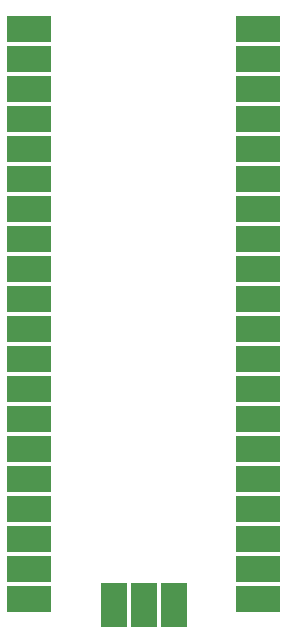
<source format=gtp>
G04 #@! TF.GenerationSoftware,KiCad,Pcbnew,9.0.4*
G04 #@! TF.CreationDate,2025-09-18T15:34:25+02:00*
G04 #@! TF.ProjectId,SMaRT,534d6152-542e-46b6-9963-61645f706362,0*
G04 #@! TF.SameCoordinates,Original*
G04 #@! TF.FileFunction,Paste,Top*
G04 #@! TF.FilePolarity,Positive*
%FSLAX46Y46*%
G04 Gerber Fmt 4.6, Leading zero omitted, Abs format (unit mm)*
G04 Created by KiCad (PCBNEW 9.0.4) date 2025-09-18 15:34:25*
%MOMM*%
%LPD*%
G01*
G04 APERTURE LIST*
%ADD10R,3.800000X2.200000*%
%ADD11R,2.200000X3.800000*%
G04 APERTURE END LIST*
D10*
G04 #@! TO.C,A2*
X100575000Y-111415000D03*
X100575000Y-108875000D03*
X100575000Y-106335000D03*
X100575000Y-103795000D03*
X100575000Y-101255000D03*
X100575000Y-98715000D03*
X100575000Y-96175000D03*
X100575000Y-93635000D03*
X100575000Y-91095000D03*
X100575000Y-88555000D03*
X100575000Y-86015000D03*
X100575000Y-83475000D03*
X100575000Y-80935000D03*
X100575000Y-78395000D03*
X100575000Y-75855000D03*
X100575000Y-73315000D03*
X100575000Y-70775000D03*
X100575000Y-68235000D03*
X100575000Y-65695000D03*
X100575000Y-63155000D03*
D11*
X93425000Y-111985000D03*
X90885000Y-111985000D03*
X88345000Y-111985000D03*
D10*
X81195000Y-111415000D03*
X81195000Y-108875000D03*
X81195000Y-106335000D03*
X81195000Y-103795000D03*
X81195000Y-101255000D03*
X81195000Y-98715000D03*
X81195000Y-96175000D03*
X81195000Y-93635000D03*
X81195000Y-91095000D03*
X81195000Y-88555000D03*
X81195000Y-86015000D03*
X81195000Y-83475000D03*
X81195000Y-80935000D03*
X81195000Y-78395000D03*
X81195000Y-75855000D03*
X81195000Y-73315000D03*
X81195000Y-70775000D03*
X81195000Y-68235000D03*
X81195000Y-65695000D03*
X81195000Y-63155000D03*
G04 #@! TD*
M02*

</source>
